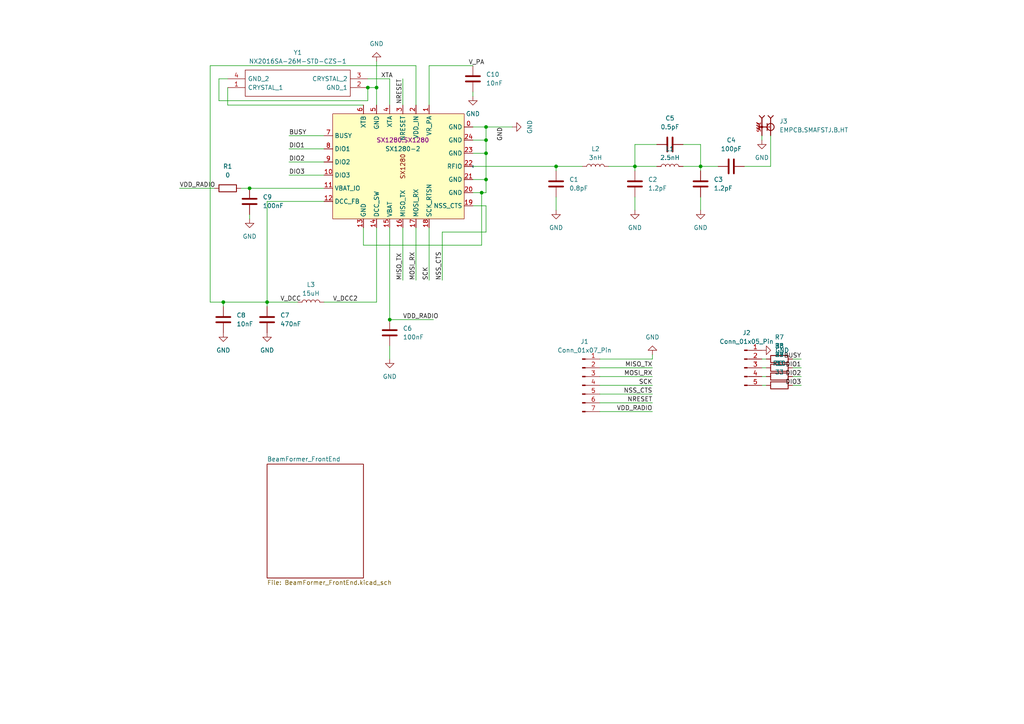
<source format=kicad_sch>
(kicad_sch (version 20230121) (generator eeschema)
  (paper "A4")
  (lib_symbols
    (symbol "Connector:Conn_01x05_Pin" (pin_names (offset 1.016) hide)
      (property "Reference" "J" (at 0 7.62 0))
      (property "Value" "Conn_01x05_Pin" (at 0 -7.62 0))
      (symbol "Conn_01x05_Pin_1_1"
        (polyline (pts (xy 1.27 -5.08) (xy 0.8636 -5.08)) (stroke (width 0.1524)))
        (polyline (pts (xy 1.27 -2.54) (xy 0.8636 -2.54)) (stroke (width 0.1524)))
        (polyline (pts (xy 1.27 0) (xy 0.8636 0)) (stroke (width 0.1524)))
        (polyline (pts (xy 1.27 2.54) (xy 0.8636 2.54)) (stroke (width 0.1524)))
        (polyline (pts (xy 1.27 5.08) (xy 0.8636 5.08)) (stroke (width 0.1524)))
        (rectangle (start 0.8636 -4.953) (end 0 -5.207) (stroke (width 0.1524)) (fill (type outline)))
        (rectangle (start 0.8636 -2.413) (end 0 -2.667) (stroke (width 0.1524)) (fill (type outline)))
        (rectangle (start 0.8636 0.127) (end 0 -0.127) (stroke (width 0.1524)) (fill (type outline)))
        (rectangle (start 0.8636 2.667) (end 0 2.413) (stroke (width 0.1524)) (fill (type outline)))
        (rectangle (start 0.8636 5.207) (end 0 4.953) (stroke (width 0.1524)) (fill (type outline)))
        (pin passive line (at 5.08 5.08 180) (length 3.81) (name "Pin_1") (number "1"))
        (pin passive line (at 5.08 2.54 180) (length 3.81) (name "Pin_2") (number "2"))
        (pin passive line (at 5.08 0 180) (length 3.81) (name "Pin_3") (number "3"))
        (pin passive line (at 5.08 -2.54 180) (length 3.81) (name "Pin_4") (number "4"))
        (pin passive line (at 5.08 -5.08 180) (length 3.81) (name "Pin_5") (number "5"))
      )
    )
    (symbol "Connector:Conn_01x07_Pin" (pin_names (offset 1.016) hide)
      (property "Reference" "J" (at 0 10.16 0))
      (property "Value" "Conn_01x07_Pin" (at 0 -10.16 0))
      (symbol "Conn_01x07_Pin_1_1"
        (polyline (pts (xy 1.27 -7.62) (xy 0.8636 -7.62)) (stroke (width 0.1524)))
        (polyline (pts (xy 1.27 -5.08) (xy 0.8636 -5.08)) (stroke (width 0.1524)))
        (polyline (pts (xy 1.27 -2.54) (xy 0.8636 -2.54)) (stroke (width 0.1524)))
        (polyline (pts (xy 1.27 0) (xy 0.8636 0)) (stroke (width 0.1524)))
        (polyline (pts (xy 1.27 2.54) (xy 0.8636 2.54)) (stroke (width 0.1524)))
        (polyline (pts (xy 1.27 5.08) (xy 0.8636 5.08)) (stroke (width 0.1524)))
        (polyline (pts (xy 1.27 7.62) (xy 0.8636 7.62)) (stroke (width 0.1524)))
        (rectangle (start 0.8636 -7.493) (end 0 -7.747) (stroke (width 0.1524)) (fill (type outline)))
        (rectangle (start 0.8636 -4.953) (end 0 -5.207) (stroke (width 0.1524)) (fill (type outline)))
        (rectangle (start 0.8636 -2.413) (end 0 -2.667) (stroke (width 0.1524)) (fill (type outline)))
        (rectangle (start 0.8636 0.127) (end 0 -0.127) (stroke (width 0.1524)) (fill (type outline)))
        (rectangle (start 0.8636 2.667) (end 0 2.413) (stroke (width 0.1524)) (fill (type outline)))
        (rectangle (start 0.8636 5.207) (end 0 4.953) (stroke (width 0.1524)) (fill (type outline)))
        (rectangle (start 0.8636 7.747) (end 0 7.493) (stroke (width 0.1524)) (fill (type outline)))
        (pin passive line (at 5.08 7.62 180) (length 3.81) (name "Pin_1") (number "1"))
        (pin passive line (at 5.08 5.08 180) (length 3.81) (name "Pin_2") (number "2"))
        (pin passive line (at 5.08 2.54 180) (length 3.81) (name "Pin_3") (number "3"))
        (pin passive line (at 5.08 0 180) (length 3.81) (name "Pin_4") (number "4"))
        (pin passive line (at 5.08 -2.54 180) (length 3.81) (name "Pin_5") (number "5"))
        (pin passive line (at 5.08 -5.08 180) (length 3.81) (name "Pin_6") (number "6"))
        (pin passive line (at 5.08 -7.62 180) (length 3.81) (name "Pin_7") (number "7"))
      )
    )
    (symbol "Device:C" (pin_numbers hide) (pin_names (offset 0.254))
      (property "Reference" "C" (at 0.635 2.54 0))
      (property "Value" "C" (at 0.635 -2.54 0))
      (symbol "C_0_1"
        (polyline (pts (xy -2.032 -0.762) (xy 2.032 -0.762)) (stroke (width 0.508)))
        (polyline (pts (xy -2.032 0.762) (xy 2.032 0.762)) (stroke (width 0.508)))
      )
      (symbol "C_1_1"
        (pin passive line (at 0 3.81 270) (length 2.794) (name "~") (number "1"))
        (pin passive line (at 0 -3.81 90) (length 2.794) (name "~") (number "2"))
      )
    )
    (symbol "Device:L" (pin_numbers hide) (pin_names (offset 1.016) hide)
      (property "Reference" "L" (at -1.27 0 90))
      (property "Value" "L" (at 1.905 0 90))
      (symbol "L_0_1"
        (arc (start 0 -2.54) (mid 0.6323 -1.905) (end 0 -1.27))
        (arc (start 0 -1.27) (mid 0.6323 -0.635) (end 0 0))
        (arc (start 0 0) (mid 0.6323 0.635) (end 0 1.27))
        (arc (start 0 1.27) (mid 0.6323 1.905) (end 0 2.54))
      )
      (symbol "L_1_1"
        (pin passive line (at 0 3.81 270) (length 1.27) (name "1") (number "1"))
        (pin passive line (at 0 -3.81 90) (length 1.27) (name "2") (number "2"))
      )
    )
    (symbol "Device:R" (pin_numbers hide) (pin_names (offset 0))
      (property "Reference" "R" (at 2.032 0 90))
      (property "Value" "R" (at 0 0 90))
      (symbol "R_0_1"
        (rectangle (start -1.016 -2.54) (end 1.016 2.54) (stroke (width 0.254)))
      )
      (symbol "R_1_1"
        (pin passive line (at 0 3.81 270) (length 1.27) (name "~") (number "1"))
        (pin passive line (at 0 -3.81 90) (length 1.27) (name "~") (number "2"))
      )
    )
    (symbol "EMPCB.SMAFSTJ.B.HT:EMPCB.SMAFSTJ.B.HT" (pin_names (offset 1.016))
      (property "Reference" "J" (at -3.8103 4.0644 0))
      (property "Value" "EMPCB.SMAFSTJ.B.HT" (at -4.067 -4.3211 0))
      (symbol "EMPCB.SMAFSTJ.B.HT_0_0"
        (polyline (pts (xy -3.302 -0.762) (xy -2.54 0)) (stroke (width 0.254)))
        (polyline (pts (xy -3.302 0.762) (xy -2.54 0)) (stroke (width 0.254)))
        (polyline (pts (xy -3.302 1.778) (xy -2.54 2.54)) (stroke (width 0.254)))
        (polyline (pts (xy -3.302 3.302) (xy -2.54 2.54)) (stroke (width 0.254)))
        (polyline (pts (xy -2.54 0) (xy 0 0)) (stroke (width 0.254)))
        (polyline (pts (xy -2.54 2.54) (xy 2.54 2.54)) (stroke (width 0.254)))
        (polyline (pts (xy -1.016 1.524) (xy 0 1.524)) (stroke (width 0.254)))
        (polyline (pts (xy -0.762 -0.762) (xy -1.27 -1.524)) (stroke (width 0.254)))
        (polyline (pts (xy 0 -0.762) (xy -0.762 -0.762)) (stroke (width 0.254)))
        (polyline (pts (xy 0 -0.762) (xy -0.508 -1.524)) (stroke (width 0.254)))
        (polyline (pts (xy 0 -0.762) (xy 0.762 -0.762)) (stroke (width 0.254)))
        (polyline (pts (xy 0 0) (xy -2.286 0)) (stroke (width 0.254)))
        (polyline (pts (xy 0 0) (xy 0 -0.762)) (stroke (width 0.254)))
        (polyline (pts (xy 0 1.524) (xy 0 0)) (stroke (width 0.254)))
        (polyline (pts (xy 0 1.524) (xy 1.016 1.524)) (stroke (width 0.254)))
        (polyline (pts (xy 0.762 -0.762) (xy 0.254 -1.524)) (stroke (width 0.254)))
        (polyline (pts (xy 2.54 0) (xy 0 0)) (stroke (width 0.254)))
        (circle (center 0 0) (radius 0.254) (stroke (width 0.254)))
        (circle (center 0 2.54) (radius 1.016) (stroke (width 0.254)))
        (pin passive line (at 2.54 2.54 180) (length 5.08) (name "~") (number "1"))
        (pin passive line (at 2.54 0 180) (length 5.08) (name "~") (number "SH1"))
      )
    )
    (symbol "NX2016SA-26M-STD-CZS-1:NX2016SA-26M-STD-CZS-1" (pin_names (offset 0.762))
      (property "Reference" "Y" (at 36.83 7.62 0))
      (property "Value" "NX2016SA-26M-STD-CZS-1" (at 36.83 5.08 0))
      (symbol "NX2016SA-26M-STD-CZS-1_0_0"
        (pin passive line (at 0 -2.54 0) (length 5.08) (name "CRYSTAL_1") (number "1"))
        (pin passive line (at 40.64 -2.54 180) (length 5.08) (name "GND_1") (number "2"))
        (pin passive line (at 40.64 0 180) (length 5.08) (name "CRYSTAL_2") (number "3"))
        (pin passive line (at 0 0 0) (length 5.08) (name "GND_2") (number "4"))
      )
      (symbol "NX2016SA-26M-STD-CZS-1_0_1"
        (polyline (pts (xy 5.08 2.54) (xy 35.56 2.54) (xy 35.56 -5.08) (xy 5.08 -5.08) (xy 5.08 2.54)) (stroke (width 0.1524)))
      )
    )
    (symbol "SX1280_3"
      (property "Reference" "SX1280-" (at 0 13.97 0))
      (property "Footprint" "SX1280:SX1280" (at 0 2.54 0))
      (symbol "SX1280_3_1_1"
        (rectangle (start -15.24 0) (end 15.24 -38.1) (fill (type background)))
        (text "SX1280\n" (at 0 -17.78 0) (effects (font (size 1.27 1.27))))
        (pin bidirectional line (at -11.43 2.54 270) (length 2.54) (name "GND") (number "0"))
        (pin bidirectional line (at -17.78 -10.16 0) (length 2.54) (name "VR_PA") (number "1"))
        (pin bidirectional line (at 2.54 -40.64 90) (length 2.54) (name "DIO3") (number "10"))
        (pin input line (at 6.35 -40.64 90) (length 2.54) (name "VBAT_IO") (number "11"))
        (pin output line (at 10.16 -40.64 90) (length 2.54) (name "DCC_FB") (number "12"))
        (pin bidirectional line (at 17.78 -29.21 180) (length 2.54) (name "GND") (number "13"))
        (pin input line (at 17.78 -25.4 180) (length 2.54) (name "DCC_SW") (number "14"))
        (pin input line (at 17.78 -21.59 180) (length 2.54) (name "VBAT") (number "15"))
        (pin input line (at 17.78 -17.78 180) (length 2.54) (name "MISO_TX") (number "16"))
        (pin input line (at 17.78 -13.97 180) (length 2.54) (name "MOSI_RX") (number "17"))
        (pin input line (at 17.78 -10.16 180) (length 2.54) (name "SCK_RTSN") (number "18"))
        (pin input line (at 11.43 2.54 270) (length 2.54) (name "NSS_CTS") (number "19"))
        (pin input line (at -17.78 -13.97 0) (length 2.54) (name "VDD_IN") (number "2"))
        (pin bidirectional line (at 7.62 2.54 270) (length 2.54) (name "GND") (number "20"))
        (pin bidirectional line (at 3.81 2.54 270) (length 2.54) (name "GND") (number "21"))
        (pin bidirectional line (at 0 2.54 270) (length 2.54) (name "RFIO") (number "22"))
        (pin bidirectional line (at -3.81 2.54 270) (length 2.54) (name "GND") (number "23"))
        (pin bidirectional line (at -7.62 2.54 270) (length 2.54) (name "GND") (number "24"))
        (pin input line (at -17.78 -17.78 0) (length 2.54) (name "NRESET") (number "3"))
        (pin bidirectional line (at -17.78 -21.59 0) (length 2.54) (name "XTA") (number "4"))
        (pin bidirectional line (at -17.78 -25.4 0) (length 2.54) (name "GND") (number "5"))
        (pin bidirectional line (at -17.78 -29.21 0) (length 2.54) (name "XTB") (number "6"))
        (pin output line (at -8.89 -40.64 90) (length 2.54) (name "BUSY") (number "7"))
        (pin bidirectional line (at -5.08 -40.64 90) (length 2.54) (name "DIO1") (number "8"))
        (pin bidirectional line (at -1.27 -40.64 90) (length 2.54) (name "DIO2") (number "9"))
      )
    )
    (symbol "power:GND" (power) (pin_names (offset 0))
      (property "Value" "GND" (at 0 -3.81 0))
      (symbol "GND_0_1"
        (polyline (pts (xy 0 0) (xy 0 -1.27) (xy 1.27 -1.27) (xy 0 -2.54) (xy -1.27 -1.27) (xy 0 -1.27)))
      )
      (symbol "GND_1_1"
        (pin power_in line (at 0 0 270) (length 0) hide (name "GND") (number "1"))
      )
    )
  )
  (junction (at 140.97 44.45))
  (junction (at 77.47 87.63))
  (junction (at 72.39 54.61))
  (junction (at 140.97 36.83))
  (junction (at 64.77 87.63))
  (junction (at 109.22 25.4))
  (junction (at 140.97 40.64))
  (junction (at 113.03 92.71))
  (junction (at 139.7 55.88))
  (junction (at 161.29 48.26))
  (junction (at 203.2 48.26))
  (junction (at 106.68 25.4))
  (junction (at 140.97 52.07))
  (junction (at 184.15 48.26))
  (wire (pts (xy 220.98 39.37) (xy 220.98 40.64)))
  (wire (pts (xy 173.99 114.3) (xy 189.23 114.3)))
  (wire (pts (xy 83.82 43.18) (xy 93.98 43.18)))
  (wire (pts (xy 140.97 36.83) (xy 140.97 40.64)))
  (wire (pts (xy 83.82 50.8) (xy 93.98 50.8)))
  (wire (pts (xy 137.16 26.67) (xy 137.16 27.94)))
  (wire (pts (xy 105.41 66.04) (xy 105.41 71.12)))
  (wire (pts (xy 128.27 67.31) (xy 128.27 81.28)))
  (wire (pts (xy 66.04 30.48) (xy 105.41 30.48)))
  (wire (pts (xy 69.85 54.61) (xy 72.39 54.61)))
  (wire (pts (xy 120.65 66.04) (xy 120.65 81.28)))
  (wire (pts (xy 184.15 48.26) (xy 190.5 48.26)))
  (wire (pts (xy 64.77 87.63) (xy 60.96 87.63)))
  (wire (pts (xy 223.52 39.37) (xy 223.52 48.26)))
  (wire (pts (xy 229.87 109.22) (xy 232.41 109.22)))
  (wire (pts (xy 72.39 54.61) (xy 93.98 54.61)))
  (wire (pts (xy 60.96 19.05) (xy 120.65 19.05)))
  (wire (pts (xy 184.15 48.26) (xy 184.15 49.53)))
  (wire (pts (xy 198.12 41.91) (xy 203.2 41.91)))
  (wire (pts (xy 140.97 55.88) (xy 140.97 52.07)))
  (wire (pts (xy 168.91 48.26) (xy 161.29 48.26)))
  (wire (pts (xy 77.47 58.42) (xy 77.47 87.63)))
  (wire (pts (xy 140.97 44.45) (xy 137.16 44.45)))
  (wire (pts (xy 161.29 48.26) (xy 161.29 49.53)))
  (wire (pts (xy 52.07 54.61) (xy 62.23 54.61)))
  (wire (pts (xy 83.82 39.37) (xy 93.98 39.37)))
  (wire (pts (xy 124.46 30.48) (xy 124.46 19.05)))
  (wire (pts (xy 113.03 100.33) (xy 113.03 104.14)))
  (wire (pts (xy 93.98 58.42) (xy 77.47 58.42)))
  (wire (pts (xy 116.84 66.04) (xy 116.84 81.28)))
  (wire (pts (xy 190.5 41.91) (xy 184.15 41.91)))
  (wire (pts (xy 66.04 25.4) (xy 66.04 30.48)))
  (wire (pts (xy 203.2 57.15) (xy 203.2 60.96)))
  (wire (pts (xy 184.15 41.91) (xy 184.15 48.26)))
  (wire (pts (xy 113.03 30.48) (xy 113.03 22.86)))
  (wire (pts (xy 139.7 71.12) (xy 139.7 55.88)))
  (wire (pts (xy 215.9 48.26) (xy 223.52 48.26)))
  (wire (pts (xy 77.47 87.63) (xy 77.47 88.9)))
  (wire (pts (xy 173.99 119.38) (xy 189.23 119.38)))
  (wire (pts (xy 203.2 41.91) (xy 203.2 48.26)))
  (wire (pts (xy 72.39 62.23) (xy 72.39 63.5)))
  (wire (pts (xy 124.46 66.04) (xy 124.46 81.28)))
  (wire (pts (xy 106.68 29.21) (xy 106.68 25.4)))
  (wire (pts (xy 137.16 48.26) (xy 161.29 48.26)))
  (wire (pts (xy 184.15 57.15) (xy 184.15 60.96)))
  (wire (pts (xy 137.16 52.07) (xy 140.97 52.07)))
  (wire (pts (xy 120.65 19.05) (xy 120.65 30.48)))
  (wire (pts (xy 140.97 40.64) (xy 137.16 40.64)))
  (wire (pts (xy 124.46 19.05) (xy 137.16 19.05)))
  (wire (pts (xy 64.77 87.63) (xy 64.77 88.9)))
  (wire (pts (xy 140.97 67.31) (xy 128.27 67.31)))
  (wire (pts (xy 229.87 106.68) (xy 232.41 106.68)))
  (wire (pts (xy 176.53 48.26) (xy 184.15 48.26)))
  (wire (pts (xy 220.98 109.22) (xy 222.25 109.22)))
  (wire (pts (xy 140.97 59.69) (xy 140.97 67.31)))
  (wire (pts (xy 113.03 66.04) (xy 113.03 92.71)))
  (wire (pts (xy 83.82 46.99) (xy 93.98 46.99)))
  (wire (pts (xy 116.84 22.86) (xy 116.84 30.48)))
  (wire (pts (xy 173.99 109.22) (xy 189.23 109.22)))
  (wire (pts (xy 161.29 57.15) (xy 161.29 60.96)))
  (wire (pts (xy 63.5 29.21) (xy 106.68 29.21)))
  (wire (pts (xy 77.47 87.63) (xy 86.36 87.63)))
  (wire (pts (xy 113.03 92.71) (xy 125.73 92.71)))
  (wire (pts (xy 106.68 25.4) (xy 109.22 25.4)))
  (wire (pts (xy 220.98 111.76) (xy 222.25 111.76)))
  (wire (pts (xy 109.22 66.04) (xy 109.22 87.63)))
  (wire (pts (xy 60.96 87.63) (xy 60.96 19.05)))
  (wire (pts (xy 105.41 71.12) (xy 139.7 71.12)))
  (wire (pts (xy 173.99 104.14) (xy 189.23 104.14)))
  (wire (pts (xy 203.2 48.26) (xy 208.28 48.26)))
  (wire (pts (xy 229.87 104.14) (xy 232.41 104.14)))
  (wire (pts (xy 63.5 22.86) (xy 63.5 29.21)))
  (wire (pts (xy 109.22 87.63) (xy 93.98 87.63)))
  (wire (pts (xy 140.97 36.83) (xy 137.16 36.83)))
  (wire (pts (xy 137.16 59.69) (xy 140.97 59.69)))
  (wire (pts (xy 189.23 102.87) (xy 189.23 104.14)))
  (wire (pts (xy 140.97 40.64) (xy 140.97 44.45)))
  (wire (pts (xy 64.77 87.63) (xy 77.47 87.63)))
  (wire (pts (xy 109.22 17.78) (xy 109.22 25.4)))
  (wire (pts (xy 148.59 36.83) (xy 140.97 36.83)))
  (wire (pts (xy 229.87 111.76) (xy 232.41 111.76)))
  (wire (pts (xy 220.98 106.68) (xy 222.25 106.68)))
  (wire (pts (xy 198.12 48.26) (xy 203.2 48.26)))
  (wire (pts (xy 173.99 111.76) (xy 189.23 111.76)))
  (wire (pts (xy 137.16 55.88) (xy 139.7 55.88)))
  (wire (pts (xy 220.98 104.14) (xy 222.25 104.14)))
  (wire (pts (xy 203.2 48.26) (xy 203.2 49.53)))
  (wire (pts (xy 113.03 22.86) (xy 106.68 22.86)))
  (wire (pts (xy 140.97 52.07) (xy 140.97 44.45)))
  (wire (pts (xy 173.99 106.68) (xy 189.23 106.68)))
  (wire (pts (xy 109.22 25.4) (xy 109.22 30.48)))
  (wire (pts (xy 139.7 55.88) (xy 140.97 55.88)))
  (wire (pts (xy 173.99 116.84) (xy 189.23 116.84)))
  (wire (pts (xy 66.04 22.86) (xy 63.5 22.86)))
  (label "BUSY" (at 232.41 104.14 180))
  (label "V_PA" (at 135.89 19.05 0))
  (label "NSS_CTS" (at 189.23 114.3 180))
  (label "NRESET" (at 189.23 116.84 180))
  (label "DIO3" (at 232.41 111.76 180))
  (label "V_DCC2" (at 96.52 87.63 0))
  (label "DIO2" (at 232.41 109.22 180))
  (label "MISO_TX" (at 116.84 81.28 90))
  (label "SCK" (at 124.46 81.28 90))
  (label "MISO_TX" (at 189.23 106.68 180))
  (label "VDD_RADIO" (at 116.84 92.71 0))
  (label "DIO2" (at 83.82 46.99 0))
  (label "BUSY" (at 83.82 39.37 0))
  (label "DIO1" (at 232.41 106.68 180))
  (label "DIO3" (at 83.82 50.8 0))
  (label "MOSI_RX" (at 120.65 81.28 90))
  (label "XTA" (at 110.49 22.86 0))
  (label "DIO1" (at 83.82 43.18 0))
  (label "GND" (at 146.05 36.83 270))
  (label "V_DCC" (at 81.28 87.63 0))
  (label "VDD_RADIO" (at 52.07 54.61 0))
  (label "NRESET" (at 116.84 22.86 270))
  (label "MOSI_RX" (at 189.23 109.22 180))
  (label "VDD_RADIO" (at 189.23 119.38 180))
  (label "SCK" (at 189.23 111.76 180))
  (label "NSS_CTS" (at 128.27 81.28 90))
  (symbol (lib_id "Device:C") (at 203.2 53.34 0) (unit 1)
    (property "Reference" "C3" (at 207.01 52.07 0) (effects (justify left)))
    (property "Value" "1.2pF" (at 207.01 54.61 0) (effects (justify left)))
    (property "Footprint" "Capacitor_SMD:C_0402_1005Metric" (effects hide))
  )
  (symbol (lib_id "Device:C") (at 212.09 48.26 90) (unit 1)
    (property "Reference" "C4" (at 212.09 40.64 90))
    (property "Value" "100pF" (at 212.09 43.18 90))
    (property "Footprint" "Capacitor_SMD:C_0402_1005Metric" (effects hide))
  )
  (symbol (lib_id "power:GND") (at 184.15 60.96 0) (unit 1)
    (property "Reference" "#PWR03" (effects hide))
    (property "Value" "GND" (at 184.15 66.04 0))
  )
  (symbol (lib_id "power:GND") (at 148.59 36.83 90) (unit 1)
    (property "Reference" "#PWR01" (effects hide))
    (property "Value" "GND" (at 153.67 36.83 0))
  )
  (symbol (lib_id "Device:C") (at 184.15 53.34 0) (unit 1)
    (property "Reference" "C2" (at 187.96 52.07 0) (effects (justify left)))
    (property "Value" "1.2pF" (at 187.96 54.61 0) (effects (justify left)))
    (property "Footprint" "Capacitor_SMD:C_0402_1005Metric" (effects hide))
  )
  (symbol (lib_id "Device:C") (at 137.16 22.86 0) (unit 1)
    (property "Reference" "C10" (at 140.97 21.59 0) (effects (justify left)))
    (property "Value" "10nF" (at 140.97 24.13 0) (effects (justify left)))
    (property "Footprint" "Capacitor_SMD:C_0402_1005Metric" (effects hide))
  )
  (symbol (lib_id "power:GND") (at 137.16 27.94 0) (unit 1)
    (property "Reference" "#PWR09" (effects hide))
    (property "Value" "GND" (at 137.16 33.02 0))
  )
  (symbol (lib_id "Device:R") (at 226.06 106.68 90) (unit 1)
    (property "Reference" "R8" (at 226.06 100.33 90))
    (property "Value" "33" (at 226.06 102.87 90))
    (property "Footprint" "Resistor_SMD:R_0402_1005Metric" (effects hide))
  )
  (symbol (lib_id "NX2016SA-26M-STD-CZS-1:NX2016SA-26M-STD-CZS-1") (at 66.04 22.86 0) (unit 1)
    (property "Reference" "Y1" (at 86.36 15.24 0))
    (property "Value" "NX2016SA-26M-STD-CZS-1" (at 86.36 17.78 0))
    (property "Footprint" "NX2016SA26MSTDCZS1" (effects hide))
    (property "Datasheet" "https://www.mouser.in/datasheet/2/905/c_NX2016SA_STD_CZS_1_e-1387356.pdf" (effects hide))
    (property "Description" "NDK 26MHz Crystal Unit +/-15ppm SMD 4-Pin 2 x 1.6 x 0.45mm" (effects hide))
    (property "Height" "0.5" (effects hide))
    (property "Mouser Part Number" "344-NX2016SA26MSTZS1" (effects hide))
    (property "Mouser Price/Stock" "https://www.mouser.co.uk/ProductDetail/NDK/NX2016SA-26M-STD-CZS-1?qs=w%2Fv1CP2dgqrS4nh%252B37d6Xg%3D%3D" (effects hide))
    (property "Manufacturer_Name" "NDK" (effects hide))
    (property "Manufacturer_Part_Number" "NX2016SA-26M-STD-CZS-1" (effects hide))
  )
  (symbol (lib_id "Device:R") (at 226.06 104.14 90) (unit 1)
    (property "Reference" "R7" (at 226.06 97.79 90))
    (property "Value" "33" (at 226.06 100.33 90))
    (property "Footprint" "Resistor_SMD:R_0402_1005Metric" (effects hide))
  )
  (symbol (lib_id "Device:C") (at 72.39 58.42 0) (unit 1)
    (property "Reference" "C9" (at 76.2 57.15 0) (effects (justify left)))
    (property "Value" "100nF" (at 76.2 59.69 0) (effects (justify left)))
    (property "Footprint" "Capacitor_SMD:C_0402_1005Metric" (effects hide))
  )
  (symbol (lib_name "SX1280_3") (lib_id "RF_SX1280:SX1280") (at 134.62 48.26 270) (unit 1)
    (property "Reference" "SX1280-2" (at 116.84 43.18 90))
    (property "Value" "~" (at 137.16 48.26 0))
    (property "Footprint" "SX1280:SX1280" (at 116.84 40.64 90))
    (property "Datasheet" "https://www.tme.eu/Document/1042f35a88b6ee421559d19923804032/SX128x.pdf" (effects hide))
  )
  (symbol (lib_id "power:GND") (at 161.29 60.96 0) (unit 1)
    (property "Reference" "#PWR02" (effects hide))
    (property "Value" "GND" (at 161.29 66.04 0))
  )
  (symbol (lib_id "power:GND") (at 109.22 17.78 180) (unit 1)
    (property "Reference" "#PWR010" (effects hide))
    (property "Value" "GND" (at 109.22 12.7 0))
  )
  (symbol (lib_id "Device:C") (at 194.31 41.91 90) (unit 1)
    (property "Reference" "C5" (at 194.31 34.29 90))
    (property "Value" "0.5pF" (at 194.31 36.83 90))
    (property "Footprint" "Capacitor_SMD:C_0402_1005Metric" (effects hide))
  )
  (symbol (lib_id "power:GND") (at 220.98 40.64 0) (unit 1)
    (property "Reference" "#PWR011" (effects hide))
    (property "Value" "GND" (at 220.98 45.72 0))
  )
  (symbol (lib_id "Device:R") (at 66.04 54.61 90) (unit 1)
    (property "Reference" "R1" (at 66.04 48.26 90))
    (property "Value" "0" (at 66.04 50.8 90))
    (property "Footprint" "Resistor_SMD:R_0402_1005Metric" (effects hide))
  )
  (symbol (lib_id "Device:L") (at 172.72 48.26 90) (unit 1)
    (property "Reference" "L2" (at 172.72 43.18 90))
    (property "Value" "3nH" (at 172.72 45.72 90))
    (property "Footprint" "Inductor_SMD:L_0402_1005Metric" (effects hide))
  )
  (symbol (lib_id "power:GND") (at 220.98 101.6 90) (unit 1)
    (property "Reference" "#PWR014" (effects hide))
    (property "Value" "GND" (at 224.79 101.6 90) (effects (justify right)))
  )
  (symbol (lib_id "power:GND") (at 203.2 60.96 0) (unit 1)
    (property "Reference" "#PWR04" (effects hide))
    (property "Value" "GND" (at 203.2 66.04 0))
  )
  (symbol (lib_id "power:GND") (at 64.77 96.52 0) (unit 1)
    (property "Reference" "#PWR06" (effects hide))
    (property "Value" "GND" (at 64.77 101.6 0))
  )
  (symbol (lib_id "Device:C") (at 113.03 96.52 0) (unit 1)
    (property "Reference" "C6" (at 116.84 95.25 0) (effects (justify left)))
    (property "Value" "100nF" (at 116.84 97.79 0) (effects (justify left)))
    (property "Footprint" "Capacitor_SMD:C_0402_1005Metric" (effects hide))
  )
  (symbol (lib_id "Device:L") (at 90.17 87.63 90) (unit 1)
    (property "Reference" "L3" (at 90.17 82.55 90))
    (property "Value" "15uH" (at 90.17 85.09 90))
    (property "Footprint" "Inductor_SMD:L_0805_2012Metric" (effects hide))
  )
  (symbol (lib_id "power:GND") (at 72.39 63.5 0) (unit 1)
    (property "Reference" "#PWR08" (effects hide))
    (property "Value" "GND" (at 72.39 68.58 0))
  )
  (symbol (lib_id "power:GND") (at 113.03 104.14 0) (unit 1)
    (property "Reference" "#PWR05" (effects hide))
    (property "Value" "GND" (at 113.03 109.22 0))
  )
  (symbol (lib_id "Device:C") (at 77.47 92.71 0) (unit 1)
    (property "Reference" "C7" (at 81.28 91.44 0) (effects (justify left)))
    (property "Value" "470nF" (at 81.28 93.98 0) (effects (justify left)))
    (property "Footprint" "Capacitor_SMD:C_0402_1005Metric" (effects hide))
  )
  (symbol (lib_id "EMPCB.SMAFSTJ.B.HT:EMPCB.SMAFSTJ.B.HT") (at 220.98 36.83 270) (unit 1)
    (property "Reference" "J3" (at 226.06 35.179 90) (effects (justify left)))
    (property "Value" "EMPCB.SMAFSTJ.B.HT" (at 226.06 37.719 90) (effects (justify left)))
    (property "Footprint" "footprints:TAOGLAS_EMPCB.SMAFSTJ.B.HT" (effects hide))
    (property "MANUFACTURER" "TAOGLAS" (effects hide))
    (property "STANDARD" "Manufacturer Recommendation" (effects hide))
  )
  (symbol (lib_id "Device:C") (at 64.77 92.71 0) (unit 1)
    (property "Reference" "C8" (at 68.58 91.44 0) (effects (justify left)))
    (property "Value" "10nF" (at 68.58 93.98 0) (effects (justify left)))
    (property "Footprint" "Capacitor_SMD:C_0402_1005Metric" (effects hide))
  )
  (symbol (lib_id "power:GND") (at 189.23 102.87 180) (unit 1)
    (property "Reference" "#PWR012" (effects hide))
    (property "Value" "GND" (at 189.23 97.79 0))
  )
  (symbol (lib_id "Device:L") (at 194.31 48.26 90) (unit 1)
    (property "Reference" "L1" (at 194.31 43.18 90))
    (property "Value" "2.5nH" (at 194.31 45.72 90))
    (property "Footprint" "Inductor_SMD:L_0402_1005Metric" (effects hide))
  )
  (symbol (lib_id "Device:R") (at 226.06 109.22 90) (unit 1)
    (property "Reference" "R9" (at 226.06 102.87 90))
    (property "Value" "33" (at 226.06 105.41 90))
    (property "Footprint" "Resistor_SMD:R_0402_1005Metric" (effects hide))
  )
  (symbol (lib_id "Device:R") (at 226.06 111.76 90) (unit 1)
    (property "Reference" "R10" (at 226.06 105.41 90))
    (property "Value" "33" (at 226.06 107.95 90))
    (property "Footprint" "Resistor_SMD:R_0402_1005Metric" (effects hide))
  )
  (symbol (lib_id "power:GND") (at 77.47 96.52 0) (unit 1)
    (property "Reference" "#PWR07" (effects hide))
    (property "Value" "GND" (at 77.47 101.6 0))
  )
  (symbol (lib_id "Connector:Conn_01x07_Pin") (at 168.91 111.76 0) (unit 1)
    (property "Reference" "J1" (at 169.545 99.06 0))
    (property "Value" "Conn_01x07_Pin" (at 169.545 101.6 0))
    (property "Footprint" "Connector_PinHeader_2.00mm:PinHeader_1x07_P2.00mm_Vertical" (effects hide))
  )
  (symbol (lib_id "Device:C") (at 161.29 53.34 0) (unit 1)
    (property "Reference" "C1" (at 165.1 52.07 0) (effects (justify left)))
    (property "Value" "0.8pF" (at 165.1 54.61 0) (effects (justify left)))
    (property "Footprint" "Capacitor_SMD:C_0402_1005Metric" (effects hide))
  )
  (symbol (lib_id "Connector:Conn_01x05_Pin") (at 215.9 106.68 0) (unit 1)
    (property "Reference" "J2" (at 216.535 96.52 0))
    (property "Value" "Conn_01x05_Pin" (at 216.535 99.06 0))
    (property "Footprint" "Connector_PinHeader_2.00mm:PinHeader_1x05_P2.00mm_Vertical" (effects hide))
  )
  (sheet (at 77.47 134.62) (size 27.94 33.02) (stroke (width 0.1524))
    (property "Sheetname" "BeamFormer_FrontEnd" (at 77.47 133.9084 0) (effects (justify left bottom)))
    (property "Sheetfile" "BeamFormer_FrontEnd.kicad_sch" (at 77.47 168.2246 0) (effects (justify left top)))
  )
)
</source>
